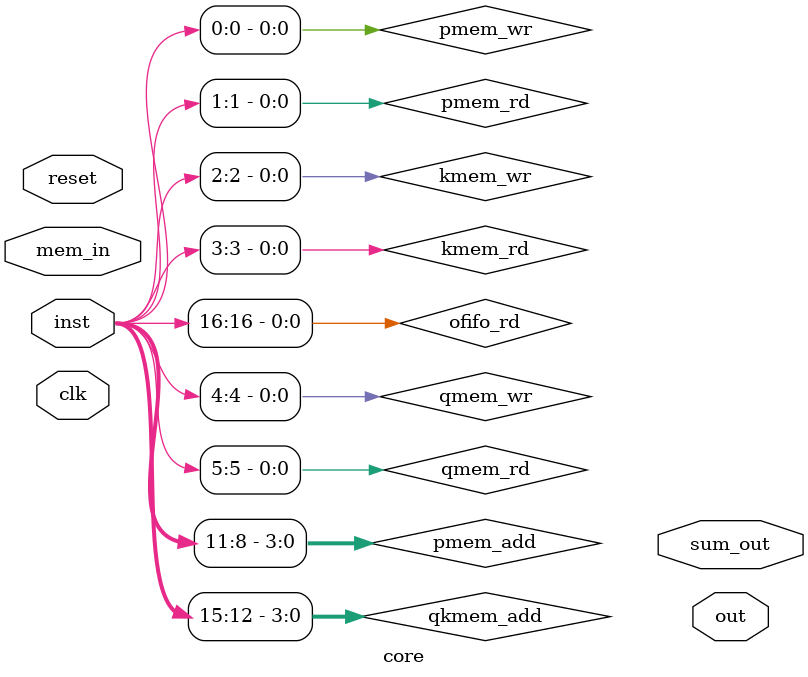
<source format=v>
module core (clk, sum_out, mem_in, out, inst, reset);

parameter col = 8;
parameter bw = 8;
parameter bw_psum = 2*bw+4;
parameter pr = 16;

output [bw_psum+3:0] sum_out;
output [bw_psum*col-1:0] out;
wire   [bw_psum*col-1:0] pmem_out;
input  [pr*bw-1:0] mem_in;
input  clk;
input  [16:0] inst; 
input  reset;

wire  [pr*bw-1:0] mac_in;
wire  [pr*bw-1:0] kmem_out;
wire  [pr*bw-1:0] qmem_out;
wire  [bw_psum*col-1:0] pmem_in;
wire  [bw_psum*col-1:0] fifo_out;
wire  [bw_psum*col-1:0] sfp_out;
wire  [bw_psum*col-1:0] array_out;
wire  [col-1:0] fifo_wr;
wire  ofifo_rd;
wire [3:0] qkmem_add;
wire [3:0] pmem_add;

wire  qmem_rd;
wire  qmem_wr; 
wire  kmem_rd;
wire  kmem_wr; 
wire  pmem_rd;
wire  pmem_wr; 

assign ofifo_rd = inst[16];
assign qkmem_add = inst[15:12];
assign pmem_add = inst[11:8];

assign qmem_rd = inst[5];
assign qmem_wr = inst[4];
assign kmem_rd = inst[3];
assign kmem_wr = inst[2];
assign pmem_rd = inst[1];
assign pmem_wr = inst[0];

assign mac_in  = inst[6] ? kmem_out : qmem_out;
assign pmem_in = fifo_out;

mac_array #(.bw(bw), .bw_psum(bw_psum), .col(col), .pr(pr)) mac_array_instance (
        .in(mac_in), 
        .clk(clk), 
        .reset(reset), 
        .inst(inst[7:6]),     
        .fifo_wr(fifo_wr),     
	.out(array_out)
);

ofifo #(.bw(bw_psum), .col(col))  ofifo_inst (
        .reset(reset),
        .clk(clk),
        .in(array_out),
        .wr(fifo_wr),
        .rd(ofifo_rd),
        .o_valid(fifo_valid),
        .out(fifo_out)
);


sram_w16 #(.sram_bit(pr*bw)) qmem_instance (
        .CLK(clk),
        .D(mem_in),
        .Q(qmem_out),
        .CEN(!(qmem_rd||qmem_wr)),
        .WEN(!qmem_wr), 
        .A(qkmem_add)
);

sram_w16 #(.sram_bit(pr*bw)) kmem_instance (
        .CLK(clk),
        .D(mem_in),
        .Q(kmem_out),
        .CEN(!(kmem_rd||kmem_wr)),
        .WEN(!kmem_wr), 
        .A(qkmem_add)
);

sram_w16 #(.sram_bit(col*bw_psum)) psum_mem_instance (
        .CLK(clk),
        .D(pmem_in),
        .Q(pmem_out),
        .CEN(!(pmem_rd||pmem_wr)),
        .WEN(!pmem_wr), 
        .A(pmem_add)
);

endmodule

</source>
